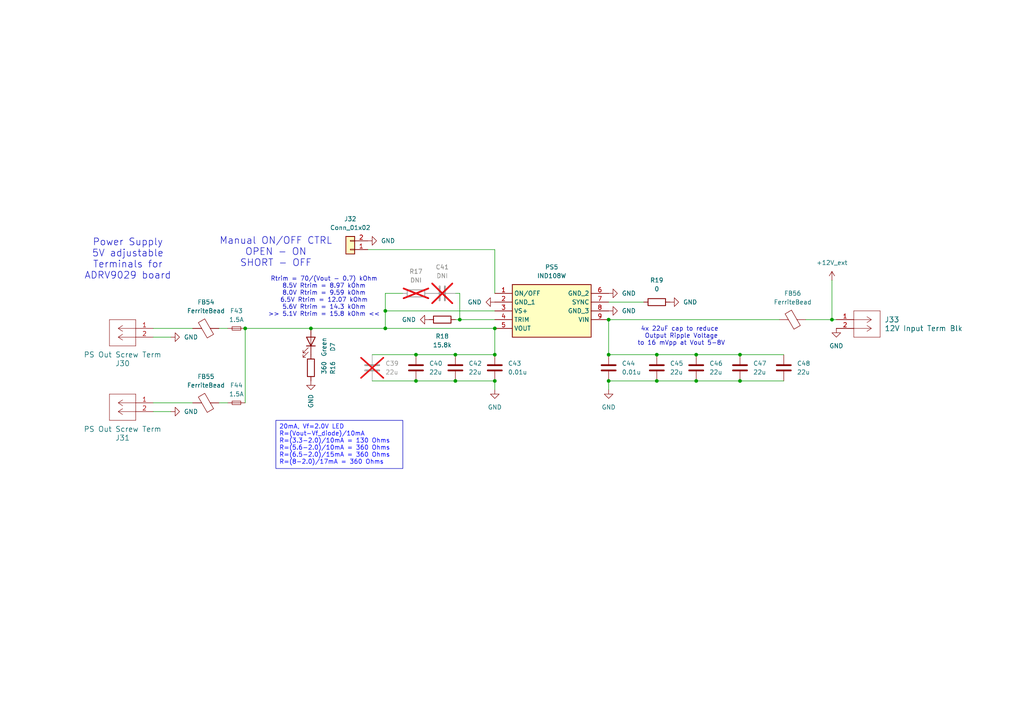
<source format=kicad_sch>
(kicad_sch (version 20231120) (generator "eeschema") (generator_version "8.0")
  (paper "A4")
  (title_block (title "PWR SPLY for ADRV9029 board") (date "2024-04-04") (rev "1.0"))
  (lib_symbols
    (symbol "BCRL_power_supply:IND108W"
      (property "Reference" "PS" (at 29.21 7.62 0))
      (property "Value" "IND108W" (at 29.21 5.08 0))
      (symbol "IND108W_1_1"
        (rectangle (start 5.08 2.54) (end 27.94 -12.7) (stroke (width 0.254)) (fill (type background)))
        (pin passive line (at 0 0 0) (length 5.08) (name "ON/OFF") (number "1"))
        (pin passive line (at 0 -2.54 0) (length 5.08) (name "GND_1") (number "2"))
        (pin passive line (at 0 -5.08 0) (length 5.08) (name "VS+") (number "3"))
        (pin passive line (at 0 -7.62 0) (length 5.08) (name "TRIM") (number "4"))
        (pin passive line (at 0 -10.16 0) (length 5.08) (name "VOUT") (number "5"))
        (pin passive line (at 33.02 0 180) (length 5.08) (name "GND_2") (number "6"))
        (pin passive line (at 33.02 -2.54 180) (length 5.08) (name "SYNC") (number "7"))
        (pin passive line (at 33.02 -5.08 180) (length 5.08) (name "GND_3") (number "8"))
        (pin passive line (at 33.02 -7.62 180) (length 5.08) (name "VIN") (number "9"))
      )
    )
    (symbol "BCRL_power_supply:OSTVN02A150" (pin_names (offset 0.254) hide)
      (property "Reference" "J" (at 8.89 6.35 0))
      (property "Value" "OSTVN02A150" (at 5.08 -6.35 0))
      (symbol "OSTVN02A150_1_1"
        (polyline (pts (xy 5.08 -5.08) (xy 12.7 -5.08)) (stroke (width 0.127)))
        (polyline (pts (xy 5.08 2.54) (xy 5.08 -5.08)) (stroke (width 0.127)))
        (polyline (pts (xy 10.16 -2.54) (xy 5.08 -2.54)) (stroke (width 0.127)))
        (polyline (pts (xy 10.16 -2.54) (xy 8.89 -3.3867)) (stroke (width 0.127)))
        (polyline (pts (xy 10.16 -2.54) (xy 8.89 -1.6933)) (stroke (width 0.127)))
        (polyline (pts (xy 10.16 0) (xy 5.08 0)) (stroke (width 0.127)))
        (polyline (pts (xy 10.16 0) (xy 8.89 -0.8467)) (stroke (width 0.127)))
        (polyline (pts (xy 10.16 0) (xy 8.89 0.8467)) (stroke (width 0.127)))
        (polyline (pts (xy 12.7 -5.08) (xy 12.7 2.54)) (stroke (width 0.127)))
        (polyline (pts (xy 12.7 2.54) (xy 5.08 2.54)) (stroke (width 0.127)))
        (pin unspecified line (at 0 0 0) (length 5.08) (name "1") (number "1"))
        (pin unspecified line (at 0 -2.54 0) (length 5.08) (name "2") (number "2"))
      )
      (symbol "OSTVN02A150_1_2"
        (polyline (pts (xy 5.08 -5.08) (xy 12.7 -5.08)) (stroke (width 0.127)))
        (polyline (pts (xy 5.08 2.54) (xy 5.08 -5.08)) (stroke (width 0.127)))
        (polyline (pts (xy 7.62 -2.54) (xy 5.08 -2.54)) (stroke (width 0.127)))
        (polyline (pts (xy 7.62 -2.54) (xy 8.89 -3.3867)) (stroke (width 0.127)))
        (polyline (pts (xy 7.62 -2.54) (xy 8.89 -1.6933)) (stroke (width 0.127)))
        (polyline (pts (xy 7.62 0) (xy 5.08 0)) (stroke (width 0.127)))
        (polyline (pts (xy 7.62 0) (xy 8.89 -0.8467)) (stroke (width 0.127)))
        (polyline (pts (xy 7.62 0) (xy 8.89 0.8467)) (stroke (width 0.127)))
        (polyline (pts (xy 12.7 -5.08) (xy 12.7 2.54)) (stroke (width 0.127)))
        (polyline (pts (xy 12.7 2.54) (xy 5.08 2.54)) (stroke (width 0.127)))
        (pin unspecified line (at 0 0 0) (length 5.08) (name "1") (number "1"))
        (pin unspecified line (at 0 -2.54 0) (length 5.08) (name "2") (number "2"))
      )
    )
    (symbol "C_1" (pin_numbers hide) (pin_names (offset 0.254) hide)
      (property "Reference" "C" (at 0.635 2.54 0))
      (property "Value" "C" (at 0.635 -2.54 0))
      (symbol "C_1_0_1"
        (polyline (pts (xy -2.032 -0.762) (xy 2.032 -0.762)) (stroke (width 0.508)))
        (polyline (pts (xy -2.032 0.762) (xy 2.032 0.762)) (stroke (width 0.508)))
      )
      (symbol "C_1_1_1"
        (pin passive line (at 0 3.81 270) (length 2.794) (name "~") (number "1"))
        (pin passive line (at 0 -3.81 90) (length 2.794) (name "~") (number "2"))
      )
    )
    (symbol "Connector_Generic:Conn_01x02" (pin_names (offset 1.016) hide)
      (property "Reference" "J" (at 0 2.54 0))
      (property "Value" "Conn_01x02" (at 0 -5.08 0))
      (symbol "Conn_01x02_1_1"
        (rectangle (start -1.27 -2.413) (end 0 -2.667) (stroke (width 0.1524)))
        (rectangle (start -1.27 0.127) (end 0 -0.127) (stroke (width 0.1524)))
        (rectangle (start -1.27 1.27) (end 1.27 -3.81) (stroke (width 0.254)) (fill (type background)))
        (pin passive line (at -5.08 0 0) (length 3.81) (name "Pin_1") (number "1"))
        (pin passive line (at -5.08 -2.54 0) (length 3.81) (name "Pin_2") (number "2"))
      )
    )
    (symbol "Device:C" (pin_numbers hide) (pin_names (offset 0.254))
      (property "Reference" "C" (at 0.635 2.54 0))
      (property "Value" "C" (at 0.635 -2.54 0))
      (symbol "C_0_1"
        (polyline (pts (xy -2.032 -0.762) (xy 2.032 -0.762)) (stroke (width 0.508)))
        (polyline (pts (xy -2.032 0.762) (xy 2.032 0.762)) (stroke (width 0.508)))
      )
      (symbol "C_1_1"
        (pin passive line (at 0 3.81 270) (length 2.794) (name "~") (number "1"))
        (pin passive line (at 0 -3.81 90) (length 2.794) (name "~") (number "2"))
      )
    )
    (symbol "Device:FerriteBead" (pin_numbers hide) (pin_names (offset 0))
      (property "Reference" "FB" (at -3.81 0.635 90))
      (property "Value" "FerriteBead" (at 3.81 0 90))
      (symbol "FerriteBead_0_1"
        (polyline (pts (xy 0 -1.27) (xy 0 -1.2192)))
        (polyline (pts (xy 0 1.27) (xy 0 1.2954)))
        (polyline (pts (xy -2.7686 0.4064) (xy -1.7018 2.2606) (xy 2.7686 -0.3048) (xy 1.6764 -2.159) (xy -2.7686 0.4064)))
      )
      (symbol "FerriteBead_1_1"
        (pin passive line (at 0 3.81 270) (length 2.54) (name "~") (number "1"))
        (pin passive line (at 0 -3.81 90) (length 2.54) (name "~") (number "2"))
      )
    )
    (symbol "Device:Fuse_Small" (pin_numbers hide) (pin_names (offset 0.254) hide)
      (property "Reference" "F" (at 0 -1.524 0))
      (property "Value" "Fuse_Small" (at 0 1.524 0))
      (symbol "Fuse_Small_0_1"
        (rectangle (start -1.27 0.508) (end 1.27 -0.508))
        (polyline (pts (xy -1.27 0) (xy 1.27 0)))
      )
      (symbol "Fuse_Small_1_1"
        (pin passive line (at -2.54 0 0) (length 1.27) (name "~") (number "1"))
        (pin passive line (at 2.54 0 180) (length 1.27) (name "~") (number "2"))
      )
    )
    (symbol "Device:LED" (pin_numbers hide) (pin_names (offset 1.016) hide)
      (property "Reference" "D" (at 0 2.54 0))
      (property "Value" "LED" (at 0 -2.54 0))
      (symbol "LED_0_1"
        (polyline (pts (xy -1.27 -1.27) (xy -1.27 1.27)) (stroke (width 0.254)))
        (polyline (pts (xy -1.27 0) (xy 1.27 0)))
        (polyline (pts (xy 1.27 -1.27) (xy 1.27 1.27) (xy -1.27 0) (xy 1.27 -1.27)) (stroke (width 0.254)))
        (polyline (pts (xy -3.048 -0.762) (xy -4.572 -2.286) (xy -3.81 -2.286) (xy -4.572 -2.286) (xy -4.572 -1.524)))
        (polyline (pts (xy -1.778 -0.762) (xy -3.302 -2.286) (xy -2.54 -2.286) (xy -3.302 -2.286) (xy -3.302 -1.524)))
      )
      (symbol "LED_1_1"
        (pin passive line (at -3.81 0 0) (length 2.54) (name "K") (number "1"))
        (pin passive line (at 3.81 0 180) (length 2.54) (name "A") (number "2"))
      )
    )
    (symbol "Device:R" (pin_numbers hide) (pin_names (offset 0))
      (property "Reference" "R" (at 2.032 0 90))
      (property "Value" "R" (at 0 0 90))
      (symbol "R_0_1"
        (rectangle (start -1.016 -2.54) (end 1.016 2.54) (stroke (width 0.254)))
      )
      (symbol "R_1_1"
        (pin passive line (at 0 3.81 270) (length 1.27) (name "~") (number "1"))
        (pin passive line (at 0 -3.81 90) (length 1.27) (name "~") (number "2"))
      )
    )
    (symbol "GND_1" (power) (pin_numbers hide) (pin_names (offset 0) hide)
      (property "Value" "GND" (at 0 -3.81 0))
      (symbol "GND_1_0_1"
        (polyline (pts (xy 0 0) (xy 0 -1.27) (xy 1.27 -1.27) (xy 0 -2.54) (xy -1.27 -1.27) (xy 0 -1.27)))
      )
      (symbol "GND_1_1_1"
        (pin power_in line (at 0 0 270) (length 0) hide (name "GND") (number "1"))
      )
    )
    (symbol "GND_2" (power) (pin_numbers hide) (pin_names (offset 0) hide)
      (property "Value" "GND" (at 0 -3.81 0))
      (symbol "GND_2_0_1"
        (polyline (pts (xy 0 0) (xy 0 -1.27) (xy 1.27 -1.27) (xy 0 -2.54) (xy -1.27 -1.27) (xy 0 -1.27)))
      )
      (symbol "GND_2_1_1"
        (pin power_in line (at 0 0 270) (length 0) hide (name "GND") (number "1"))
      )
    )
    (symbol "GND_3" (power) (pin_numbers hide) (pin_names (offset 0) hide)
      (property "Value" "GND" (at 0 -3.81 0))
      (symbol "GND_3_0_1"
        (polyline (pts (xy 0 0) (xy 0 -1.27) (xy 1.27 -1.27) (xy 0 -2.54) (xy -1.27 -1.27) (xy 0 -1.27)))
      )
      (symbol "GND_3_1_1"
        (pin power_in line (at 0 0 270) (length 0) hide (name "GND") (number "1"))
      )
    )
    (symbol "GND_4" (power) (pin_numbers hide) (pin_names (offset 0) hide)
      (property "Value" "GND" (at 0 -3.81 0))
      (symbol "GND_4_0_1"
        (polyline (pts (xy 0 0) (xy 0 -1.27) (xy 1.27 -1.27) (xy 0 -2.54) (xy -1.27 -1.27) (xy 0 -1.27)))
      )
      (symbol "GND_4_1_1"
        (pin power_in line (at 0 0 270) (length 0) hide (name "GND") (number "1"))
      )
    )
    (symbol "GND_5" (power) (pin_numbers hide) (pin_names (offset 0) hide)
      (property "Value" "GND" (at 0 -3.81 0))
      (symbol "GND_5_0_1"
        (polyline (pts (xy 0 0) (xy 0 -1.27) (xy 1.27 -1.27) (xy 0 -2.54) (xy -1.27 -1.27) (xy 0 -1.27)))
      )
      (symbol "GND_5_1_1"
        (pin power_in line (at 0 0 270) (length 0) hide (name "GND") (number "1"))
      )
    )
    (symbol "power:+12V" (power) (pin_numbers hide) (pin_names (offset 0) hide)
      (property "Value" "+12V" (at 0 3.556 0))
      (symbol "+12V_0_1"
        (polyline (pts (xy -0.762 1.27) (xy 0 2.54)))
        (polyline (pts (xy 0 0) (xy 0 2.54)))
        (polyline (pts (xy 0 2.54) (xy 0.762 1.27)))
      )
      (symbol "+12V_1_1"
        (pin power_in line (at 0 0 90) (length 0) (name "~") (number "1"))
      )
    )
    (symbol "power:GND" (power) (pin_numbers hide) (pin_names (offset 0) hide)
      (property "Value" "GND" (at 0 -3.81 0))
      (symbol "GND_0_1"
        (polyline (pts (xy 0 0) (xy 0 -1.27) (xy 1.27 -1.27) (xy 0 -2.54) (xy -1.27 -1.27) (xy 0 -1.27)))
      )
      (symbol "GND_1_1"
        (pin power_in line (at 0 0 270) (length 0) hide (name "GND") (number "1"))
      )
    )
  )
  (junction (at 120.65 110.49))
  (junction (at 143.51 110.49))
  (junction (at 90.17 95.25))
  (junction (at 143.51 102.87))
  (junction (at 241.3 92.71))
  (junction (at 111.76 90.17))
  (junction (at 190.5 102.87))
  (junction (at 214.63 110.49))
  (junction (at 133.35 92.71))
  (junction (at 176.53 102.87))
  (junction (at 120.65 102.87))
  (junction (at 176.53 110.49))
  (junction (at 201.93 102.87))
  (junction (at 214.63 102.87))
  (junction (at 132.08 110.49))
  (junction (at 143.51 95.25))
  (junction (at 132.08 102.87))
  (junction (at 71.12 95.25))
  (junction (at 201.93 110.49))
  (junction (at 176.53 92.71))
  (junction (at 111.76 95.25))
  (junction (at 190.5 110.49))
  (wire (pts (xy 143.51 95.25) (xy 143.51 102.87)))
  (wire (pts (xy 133.35 92.71) (xy 143.51 92.71)))
  (wire (pts (xy 71.12 95.25) (xy 90.17 95.25)))
  (wire (pts (xy 111.76 85.09) (xy 111.76 90.17)))
  (wire (pts (xy 63.5 95.25) (xy 66.04 95.25)))
  (wire (pts (xy 214.63 102.87) (xy 227.33 102.87)))
  (wire (pts (xy 143.51 72.39) (xy 143.51 85.09)))
  (wire (pts (xy 176.53 102.87) (xy 190.5 102.87)))
  (wire (pts (xy 132.08 85.09) (xy 133.35 85.09)))
  (wire (pts (xy 120.65 102.87) (xy 132.08 102.87)))
  (wire (pts (xy 120.65 110.49) (xy 132.08 110.49)))
  (wire (pts (xy 44.45 95.25) (xy 55.88 95.25)))
  (wire (pts (xy 143.51 110.49) (xy 143.51 113.03)))
  (wire (pts (xy 176.53 92.71) (xy 226.06 92.71)))
  (wire (pts (xy 201.93 102.87) (xy 214.63 102.87)))
  (wire (pts (xy 241.3 81.28) (xy 241.3 92.71)))
  (wire (pts (xy 44.45 119.38) (xy 49.53 119.38)))
  (wire (pts (xy 90.17 95.25) (xy 111.76 95.25)))
  (wire (pts (xy 176.53 110.49) (xy 190.5 110.49)))
  (wire (pts (xy 201.93 110.49) (xy 214.63 110.49)))
  (wire (pts (xy 44.45 97.79) (xy 49.53 97.79)))
  (wire (pts (xy 132.08 110.49) (xy 143.51 110.49)))
  (wire (pts (xy 132.08 102.87) (xy 143.51 102.87)))
  (wire (pts (xy 241.3 92.71) (xy 242.57 92.71)))
  (wire (pts (xy 44.45 116.84) (xy 55.88 116.84)))
  (wire (pts (xy 143.51 90.17) (xy 111.76 90.17)))
  (wire (pts (xy 214.63 110.49) (xy 227.33 110.49)))
  (wire (pts (xy 176.53 87.63) (xy 186.69 87.63)))
  (wire (pts (xy 176.53 92.71) (xy 176.53 102.87)))
  (wire (pts (xy 63.5 116.84) (xy 66.04 116.84)))
  (wire (pts (xy 233.68 92.71) (xy 241.3 92.71)))
  (wire (pts (xy 71.12 116.84) (xy 71.12 95.25)))
  (wire (pts (xy 116.84 85.09) (xy 111.76 85.09)))
  (wire (pts (xy 190.5 102.87) (xy 201.93 102.87)))
  (wire (pts (xy 111.76 90.17) (xy 111.76 95.25)))
  (wire (pts (xy 107.95 110.49) (xy 120.65 110.49)))
  (wire (pts (xy 106.68 72.39) (xy 143.51 72.39)))
  (wire (pts (xy 111.76 95.25) (xy 143.51 95.25)))
  (wire (pts (xy 132.08 92.71) (xy 133.35 92.71)))
  (wire (pts (xy 107.95 102.87) (xy 120.65 102.87)))
  (wire (pts (xy 133.35 85.09) (xy 133.35 92.71)))
  (wire (pts (xy 176.53 110.49) (xy 176.53 113.03)))
  (wire (pts (xy 190.5 110.49) (xy 201.93 110.49)))
  (text_box "20mA, Vf=2.0V LED \nR=(Vout-Vf_diode)/10mA \nR=(3.3-2.0)/10mA = 130 Ohms  \nR=(5.6-2.0)/10mA = 360 Ohms  \nR=(6.5-2.0)/15mA = 360 Ohms  \nR=(8-2.0)/17mA = 360 Ohms  \n" (at 80.01 121.92 0) (size 36.83 13.97) (effects (font (size 1.27 1.27)) (justify left top)))
  (text "4x 22uF cap to reduce \nOutput Ripple Voltage\nto 16 mVpp at Vout 5-8V" (at 197.612 97.536 0) (effects (font (size 1.27 1.27))))
  (text "Manual ON/OFF CTRL\nOPEN - ON\nSHORT - OFF" (at 80.01 73.152 0) (effects (font (size 2 2))))
  (text "Rtrim = 70/(Vout - 0.7) kOhm\n8.5V Rtrim = 8.97 kOhm\n8.0V Rtrim = 9.59 kOhm\n6.5V Rtrim = 12.07 kOhm\n5.6V Rtrim = 14.3 kOhm\n>> 5.1V Rtrim = 15.8 kOhm <<\n\n\n" (at 93.98 88.138 0) (effects (font (size 1.27 1.27))))
  (text "Power Supply\n5V adjustable\nTerminals for\nADRV9029 board\n" (at 37.084 75.184 0) (effects (font (size 2 2))))
  (symbol (lib_id "Connector_Generic:Conn_01x02") (at 101.6 72.39 180) (unit 1)
    (property "Reference" "J32" (at 101.6 63.5 0))
    (property "Value" "Conn_01x02" (at 101.6 66.04 0))
    (property "Footprint" "BCRL_power_supply:M20-8770242" (effects (hide yes)))
    (property "Datasheet" "https://www.mouser.ca/datasheet/2/181/M20-877-1133516.pdf" (effects (hide yes)))
    (property "Description" "1x2 pin Header SMT, Vertical " (effects (hide yes)))
    (property "PN" "M20-8770242" (effects (hide yes)))
    (property "Mfr" "Harwin" (effects (hide yes)))
  )
  (symbol (lib_id "Device:R") (at 90.17 106.68 0) (mirror x) (unit 1)
    (property "Reference" "R16" (at 96.52 106.68 90))
    (property "Value" "360" (at 93.98 106.68 90))
    (property "Footprint" "BCRL_power_supply:RESC1608X50N" (effects (hide yes)))
    (property "Datasheet" "https://www.vishay.com/docs/20035/dcrcwe3.pdf" (effects (hide yes)))
    (property "Description" "1/10 W" (effects (hide yes)))
    (property "PN" "CRCW0603360RJNEA" (effects (hide yes)))
    (property "Mfr" "Vishay" (effects (hide yes)))
  )
  (symbol (lib_id "Device:Fuse_Small") (at 68.58 116.84 0) (unit 1)
    (property "Reference" "F44" (at 68.58 111.76 0))
    (property "Value" "1.5A" (at 68.58 114.3 0))
    (property "Footprint" "BCRL_power_supply:ERBRE0R50V" (effects (hide yes)))
    (property "Datasheet" "https://www.mouser.ca/datasheet/2/315/AFA0000C7-1025982.pdf" (effects (hide yes)))
    (property "Description" "SMD Fuse 0603" (effects (hide yes)))
    (property "PN" "ERB-RE1R50V" (effects (hide yes)))
    (property "Mfr" "Panasonic" (effects (hide yes)))
  )
  (symbol (lib_id "Device:C") (at 214.63 106.68 0) (unit 1)
    (property "Reference" "C47" (at 218.44 105.4099 0) (effects (justify left)))
    (property "Value" "22u" (at 218.44 107.9499 0) (effects (justify left)))
    (property "Footprint" "BCRL_power_supply:CAPC2012X145N" (effects (hide yes)))
    (property "Datasheet" "https://www.mouser.ca/datasheet/2/281/1/GRM21BR61E226ME44_01A-1986898.pdf" (effects (hide yes)))
    (property "Description" "22 uF 25V " (effects (hide yes)))
    (property "PN" "GRM21BR61E226ME44L" (effects (hide yes)))
    (property "Mfr" "Murata" (effects (hide yes)))
  )
  (symbol (lib_name "GND_4") (lib_id "power:GND") (at 49.53 119.38 90) (mirror x) (unit 1)
    (property "Reference" "#PWR0112" (effects (hide yes)))
    (property "Value" "GND" (at 53.34 119.38 90) (effects (justify right)))
  )
  (symbol (lib_id "Device:C") (at 120.65 106.68 0) (unit 1)
    (property "Reference" "C40" (at 124.46 105.4099 0) (effects (justify left)))
    (property "Value" "22u" (at 124.46 107.9499 0) (effects (justify left)))
    (property "Footprint" "BCRL_power_supply:CAPC2012X145N" (effects (hide yes)))
    (property "Datasheet" "https://www.mouser.ca/datasheet/2/281/1/GRM21BR61E226ME44_01A-1986898.pdf" (effects (hide yes)))
    (property "Description" "22 uF 25V " (effects (hide yes)))
    (property "PN" "GRM21BR61E226ME44L" (effects (hide yes)))
    (property "Mfr" "Murata" (effects (hide yes)))
  )
  (symbol (lib_name "GND_2") (lib_id "power:GND") (at 194.31 87.63 90) (mirror x) (unit 1)
    (property "Reference" "#PWR0121" (effects (hide yes)))
    (property "Value" "GND" (at 198.12 87.6299 90) (effects (justify right)))
  )
  (symbol (lib_id "power:+12V") (at 241.3 81.28 0) (unit 1)
    (property "Reference" "#PWR0336" (effects (hide yes)))
    (property "Value" "+12V_ext" (at 241.3 76.2 0))
    (property "Description" "Power symbol creates a global label with name \"+12V\"" (effects (hide yes)))
  )
  (symbol (lib_id "BCRL_power_supply:OSTVN02A150") (at 44.45 95.25 0) (mirror y) (unit 1)
    (property "Reference" "J30" (at 35.56 105.41 0) (effects (font (size 1.524 1.524))))
    (property "Value" "PS Out Screw Term" (at 35.56 102.87 0) (effects (font (size 1.524 1.524))))
    (property "Footprint" "BCRL_power_supply:CONN_OSTVN02A150_OST" (effects (hide yes)))
    (property "Datasheet" "https://mm.digikey.com/Volume0/opasdata/d220001/medias/docus/1123/OSTVNXXA150.pdf" (effects (hide yes)))
    (property "Description" "2 Screw Terminal" (effects (hide yes)))
    (property "PN" "OSTVN02A150" (effects (hide yes)))
    (property "Mfr" "On Shore Technology Inc." (effects (hide yes)))
  )
  (symbol (lib_id "Device:C") (at 107.95 106.68 0) (unit 1) (in_bom no) (dnp yes)
    (property "Reference" "C39" (at 111.76 105.4099 0) (effects (justify left)))
    (property "Value" "22u" (at 111.76 107.9499 0) (effects (justify left)))
    (property "Footprint" "BCRL_power_supply:CAPC2012X145N" (effects (hide yes)))
    (property "Datasheet" "https://www.mouser.ca/datasheet/2/281/1/GRM21BR61E226ME44_01A-1986898.pdf" (effects (hide yes)))
    (property "Description" "22 uF 25V " (effects (hide yes)))
    (property "PN" "GRM21BR61E226ME44L" (effects (hide yes)))
    (property "Mfr" "Murata" (effects (hide yes)))
  )
  (symbol (lib_name "GND_4") (lib_id "power:GND") (at 143.51 87.63 270) (mirror x) (unit 1)
    (property "Reference" "#PWR0116" (effects (hide yes)))
    (property "Value" "GND" (at 139.7 87.6299 90) (effects (justify right)))
  )
  (symbol (lib_name "GND_1") (lib_id "power:GND") (at 124.46 92.71 270) (mirror x) (unit 1)
    (property "Reference" "#PWR0115" (effects (hide yes)))
    (property "Value" "GND" (at 120.65 92.7099 90) (effects (justify right)))
  )
  (symbol (lib_id "power:GND") (at 106.68 69.85 90) (unit 1)
    (property "Reference" "#PWR0114" (effects (hide yes)))
    (property "Value" "GND" (at 110.49 69.8499 90) (effects (justify right)))
  )
  (symbol (lib_id "Device:FerriteBead") (at 59.69 95.25 270) (mirror x) (unit 1)
    (property "Reference" "FB54" (at 59.7408 87.63 90))
    (property "Value" "FerriteBead" (at 59.7408 90.17 90))
    (property "Footprint" "BCRL_power_supply:BEADC1005X55N" (effects (hide yes)))
    (property "Datasheet" "https://product.tdk.com/system/files/dam/doc/product/emc/emc/suppression-filter/catalog/suppression-filter_commercial_maf1005p_en.pdf" (effects (hide yes)))
    (property "Description" "Ferrite bead 9 mOhm 6A" (effects (hide yes)))
    (property "PN" "MAF1005PAD120CT000" (effects (hide yes)))
    (property "Mfr" "TDK" (effects (hide yes)))
  )
  (symbol (lib_id "power:GND") (at 90.17 110.49 0) (mirror y) (unit 1)
    (property "Reference" "#PWR0113" (effects (hide yes)))
    (property "Value" "GND" (at 90.17 114.3 90) (effects (justify right)))
  )
  (symbol (lib_id "Device:R") (at 120.65 85.09 90) (unit 1) (in_bom no) (dnp yes)
    (property "Reference" "R17" (at 120.65 78.74 90))
    (property "Value" "DNI" (at 120.65 81.28 90))
    (property "Footprint" "Resistor_SMD:R_0603_1608Metric" (effects (hide yes)))
    (property "Description" "Rtune" (effects (hide yes)))
  )
  (symbol (lib_id "power:GND") (at 176.53 113.03 0) (mirror y) (unit 1)
    (property "Reference" "#PWR0120" (effects (hide yes)))
    (property "Value" "GND" (at 176.53 118.11 0))
  )
  (symbol (lib_id "Device:FerriteBead") (at 59.69 116.84 270) (mirror x) (unit 1)
    (property "Reference" "FB55" (at 59.7408 109.22 90))
    (property "Value" "FerriteBead" (at 59.7408 111.76 90))
    (property "Footprint" "BCRL_power_supply:BEADC1005X55N" (effects (hide yes)))
    (property "Datasheet" "https://product.tdk.com/system/files/dam/doc/product/emc/emc/suppression-filter/catalog/suppression-filter_commercial_maf1005p_en.pdf" (effects (hide yes)))
    (property "Description" "Ferrite bead 9 mOhm 6A" (effects (hide yes)))
    (property "PN" "MAF1005PAD120CT000" (effects (hide yes)))
    (property "Mfr" "TDK" (effects (hide yes)))
  )
  (symbol (lib_id "Device:LED") (at 90.17 99.06 270) (mirror x) (unit 1)
    (property "Reference" "D7" (at 96.52 100.6475 0))
    (property "Value" "Green" (at 93.98 100.6475 0))
    (property "Footprint" "BCRL_power_supply:LEDC1608X80N" (effects (hide yes)))
    (property "Datasheet" "https://www.we-online.com/catalog/datasheet/150060VS75000.pdf" (effects (hide yes)))
    (property "Description" "LED green 20mA Vf=2V" (effects (hide yes)))
    (property "PN" "150060VS75000" (effects (hide yes)))
    (property "Mfr" "Wurth Elektronik" (effects (hide yes)))
  )
  (symbol (lib_id "Device:C") (at 201.93 106.68 0) (unit 1)
    (property "Reference" "C46" (at 205.74 105.4099 0) (effects (justify left)))
    (property "Value" "22u" (at 205.74 107.9499 0) (effects (justify left)))
    (property "Footprint" "BCRL_power_supply:CAPC2012X145N" (effects (hide yes)))
    (property "Datasheet" "https://www.mouser.ca/datasheet/2/281/1/GRM21BR61E226ME44_01A-1986898.pdf" (effects (hide yes)))
    (property "Description" "22 uF 25V " (effects (hide yes)))
    (property "PN" "GRM21BR61E226ME44L" (effects (hide yes)))
    (property "Mfr" "Murata" (effects (hide yes)))
  )
  (symbol (lib_id "BCRL_power_supply:OSTVN02A150") (at 44.45 116.84 0) (mirror y) (unit 1)
    (property "Reference" "J31" (at 35.56 127 0) (effects (font (size 1.524 1.524))))
    (property "Value" "PS Out Screw Term" (at 35.56 124.46 0) (effects (font (size 1.524 1.524))))
    (property "Footprint" "BCRL_power_supply:CONN_OSTVN02A150_OST" (effects (hide yes)))
    (property "Datasheet" "https://mm.digikey.com/Volume0/opasdata/d220001/medias/docus/1123/OSTVNXXA150.pdf" (effects (hide yes)))
    (property "Description" "2 Screw Terminal" (effects (hide yes)))
    (property "PN" "OSTVN02A150" (effects (hide yes)))
    (property "Mfr" "On Shore Technology Inc." (effects (hide yes)))
  )
  (symbol (lib_id "Device:Fuse_Small") (at 68.58 95.25 0) (unit 1)
    (property "Reference" "F43" (at 68.58 90.17 0))
    (property "Value" "1.5A" (at 68.58 92.71 0))
    (property "Footprint" "BCRL_power_supply:ERBRE0R50V" (effects (hide yes)))
    (property "Datasheet" "https://www.mouser.ca/datasheet/2/315/AFA0000C7-1025982.pdf" (effects (hide yes)))
    (property "Description" "SMD Fuse 0603" (effects (hide yes)))
    (property "PN" "ERB-RE1R50V" (effects (hide yes)))
    (property "Mfr" "Panasonic" (effects (hide yes)))
  )
  (symbol (lib_id "BCRL_power_supply:OSTVN02A150") (at 242.57 92.71 0) (unit 1)
    (property "Reference" "J33" (at 256.54 92.71 0) (effects (font (size 1.524 1.524)) (justify left)))
    (property "Value" "12V Input Term Blk" (at 256.54 95.25 0) (effects (font (size 1.524 1.524)) (justify left)))
    (property "Footprint" "BCRL_power_supply:CONN_OSTVN02A150_OST" (effects (hide yes)))
    (property "Datasheet" "https://mm.digikey.com/Volume0/opasdata/d220001/medias/docus/1123/OSTVNXXA150.pdf" (effects (hide yes)))
    (property "Description" "2 Screw Terminal" (effects (hide yes)))
    (property "PN" "OSTVN02A150" (effects (hide yes)))
    (property "Mfr" "On Shore Technology Inc." (effects (hide yes)))
  )
  (symbol (lib_name "GND_3") (lib_id "power:GND") (at 176.53 90.17 90) (mirror x) (unit 1)
    (property "Reference" "#PWR0119" (effects (hide yes)))
    (property "Value" "GND" (at 180.34 90.1699 90) (effects (justify right)))
  )
  (symbol (lib_id "Device:R") (at 190.5 87.63 270) (mirror x) (unit 1)
    (property "Reference" "R19" (at 190.5 81.28 90))
    (property "Value" "0" (at 190.5 83.82 90))
    (property "Footprint" "BCRL_power_supply:RESC1608X55N" (effects (hide yes)))
    (property "Datasheet" "https://www.vishay.com/docs/20035/dcrcwe3.pdf" (effects (hide yes)))
    (property "Description" "1/10 W" (effects (hide yes)))
    (property "PN" "CRCW06030000Z0EAHP" (effects (hide yes)))
    (property "Mfr" "Vishay" (effects (hide yes)))
  )
  (symbol (lib_id "Device:C") (at 143.51 106.68 0) (unit 1)
    (property "Reference" "C43" (at 147.32 105.4099 0) (effects (justify left)))
    (property "Value" "0.01u" (at 147.32 107.9499 0) (effects (justify left)))
    (property "Footprint" "BCRL_power_supply:CAPC1608X90N" (effects (hide yes)))
    (property "Datasheet" "https://www.mouser.ca/datasheet/2/281/1/GRM1885C1E103JA01_01A-1984693.pdf" (effects (hide yes)))
    (property "Description" "0.01 uF 25V" (effects (hide yes)))
    (property "PN" "GRM1885C1E103JA01D" (effects (hide yes)))
    (property "Mfr" "Murata" (effects (hide yes)))
  )
  (symbol (lib_id "BCRL_power_supply:IND108W") (at 143.51 85.09 0) (unit 1)
    (property "Reference" "PS5" (at 160.02 77.47 0))
    (property "Value" "IND108W" (at 160.02 80.01 0))
    (property "Footprint" "BCRL_power_supply:IND108W" (effects (hide yes)))
    (property "Datasheet" "https://www.omnionpower.com/assets/pdfs/windchill/data-sheet/ind108w_ds.pdf?nocache=1710831926" (effects (hide yes)))
    (property "Description" "DC/DC 12Vin 3-9V 108W 12A" (effects (hide yes)))
    (property "Height" "10" (effects (hide yes)))
    (property "Manufacturer_Name" "OmniOn Power" (effects (hide yes)))
    (property "Manufacturer_Part_Number" "IND108W" (effects (hide yes)))
    (property "Mfr" "GE" (effects (hide yes)))
    (property "PN" "IND108W" (effects (hide yes)))
  )
  (symbol (lib_id "Device:C") (at 227.33 106.68 0) (unit 1)
    (property "Reference" "C48" (at 231.14 105.4099 0) (effects (justify left)))
    (property "Value" "22u" (at 231.14 107.9499 0) (effects (justify left)))
    (property "Footprint" "BCRL_power_supply:CAPC2012X145N" (effects (hide yes)))
    (property "Datasheet" "https://www.mouser.ca/datasheet/2/281/1/GRM21BR61E226ME44_01A-1986898.pdf" (effects (hide yes)))
    (property "Description" "22 uF 25V " (effects (hide yes)))
    (property "PN" "GRM21BR61E226ME44L" (effects (hide yes)))
    (property "Mfr" "Murata" (effects (hide yes)))
  )
  (symbol (lib_name "GND_2") (lib_id "power:GND") (at 176.53 85.09 90) (mirror x) (unit 1)
    (property "Reference" "#PWR0118" (effects (hide yes)))
    (property "Value" "GND" (at 180.34 85.0899 90) (effects (justify right)))
  )
  (symbol (lib_id "Device:C") (at 190.5 106.68 0) (unit 1)
    (property "Reference" "C45" (at 194.31 105.4099 0) (effects (justify left)))
    (property "Value" "22u" (at 194.31 107.9499 0) (effects (justify left)))
    (property "Footprint" "BCRL_power_supply:CAPC2012X145N" (effects (hide yes)))
    (property "Datasheet" "https://www.mouser.ca/datasheet/2/281/1/GRM21BR61E226ME44_01A-1986898.pdf" (effects (hide yes)))
    (property "Description" "22 uF 25V " (effects (hide yes)))
    (property "PN" "GRM21BR61E226ME44L" (effects (hide yes)))
    (property "Mfr" "Murata" (effects (hide yes)))
  )
  (symbol (lib_id "Device:R") (at 128.27 92.71 90) (mirror x) (unit 1)
    (property "Reference" "R18" (at 128.27 97.536 90))
    (property "Value" "15.8k" (at 128.27 100.076 90))
    (property "Footprint" "BCRL_power_supply:RESC1608X50N" (effects (hide yes)))
    (property "Description" "1/10 W" (effects (hide yes)))
    (property "PN" "CRCW060315K8FKEA" (effects (hide yes)))
    (property "Mfr" "Vishay" (effects (hide yes)))
  )
  (symbol (lib_name "GND_5") (lib_id "power:GND") (at 143.51 113.03 0) (mirror y) (unit 1)
    (property "Reference" "#PWR0117" (effects (hide yes)))
    (property "Value" "GND" (at 143.51 118.11 0))
  )
  (symbol (lib_name "GND_4") (lib_id "power:GND") (at 49.53 97.79 90) (mirror x) (unit 1)
    (property "Reference" "#PWR0111" (effects (hide yes)))
    (property "Value" "GND" (at 53.34 97.79 90) (effects (justify right)))
  )
  (symbol (lib_id "Device:C") (at 176.53 106.68 0) (unit 1)
    (property "Reference" "C44" (at 180.34 105.4099 0) (effects (justify left)))
    (property "Value" "0.01u" (at 180.34 107.9499 0) (effects (justify left)))
    (property "Footprint" "BCRL_power_supply:CAPC1608X90N" (effects (hide yes)))
    (property "Datasheet" "https://www.mouser.ca/datasheet/2/281/1/GRM1885C1E103JA01_01A-1984693.pdf" (effects (hide yes)))
    (property "Description" "0.01 uF 25V" (effects (hide yes)))
    (property "PN" "GRM1885C1E103JA01D" (effects (hide yes)))
    (property "Mfr" "Murata" (effects (hide yes)))
  )
  (symbol (lib_id "Device:FerriteBead") (at 229.87 92.71 270) (mirror x) (unit 1)
    (property "Reference" "FB56" (at 229.9208 85.09 90))
    (property "Value" "FerriteBead" (at 229.9208 87.63 90))
    (property "Footprint" "BCRL_power_supply:BEADC1005X55N" (effects (hide yes)))
    (property "Datasheet" "https://product.tdk.com/system/files/dam/doc/product/emc/emc/suppression-filter/catalog/suppression-filter_commercial_maf1005p_en.pdf" (effects (hide yes)))
    (property "Description" "Ferrite bead 9 mOhm 6A" (effects (hide yes)))
    (property "PN" "MAF1005PAD120CT000" (effects (hide yes)))
    (property "Mfr" "TDK" (effects (hide yes)))
  )
  (symbol (lib_id "power:GND") (at 242.57 95.25 0) (mirror y) (unit 1)
    (property "Reference" "#PWR0122" (effects (hide yes)))
    (property "Value" "GND" (at 242.57 100.33 0))
  )
  (symbol (lib_id "Device:C") (at 132.08 106.68 0) (unit 1)
    (property "Reference" "C42" (at 135.89 105.4099 0) (effects (justify left)))
    (property "Value" "22u" (at 135.89 107.9499 0) (effects (justify left)))
    (property "Footprint" "BCRL_power_supply:CAPC2012X145N" (effects (hide yes)))
    (property "Datasheet" "https://www.mouser.ca/datasheet/2/281/1/GRM21BR61E226ME44_01A-1986898.pdf" (effects (hide yes)))
    (property "Description" "22 uF 25V " (effects (hide yes)))
    (property "PN" "GRM21BR61E226ME44L" (effects (hide yes)))
    (property "Mfr" "Murata" (effects (hide yes)))
  )
  (symbol (lib_name "C_1") (lib_id "Device:C") (at 128.27 85.09 270) (mirror x) (unit 1) (in_bom no) (dnp yes)
    (property "Reference" "C41" (at 128.27 77.47 90))
    (property "Value" "DNI" (at 128.27 80.01 90))
    (property "Footprint" "Capacitor_SMD:C_0603_1608Metric" (effects (hide yes)))
    (property "Description" "Ctune" (effects (hide yes)))
  )
)
</source>
